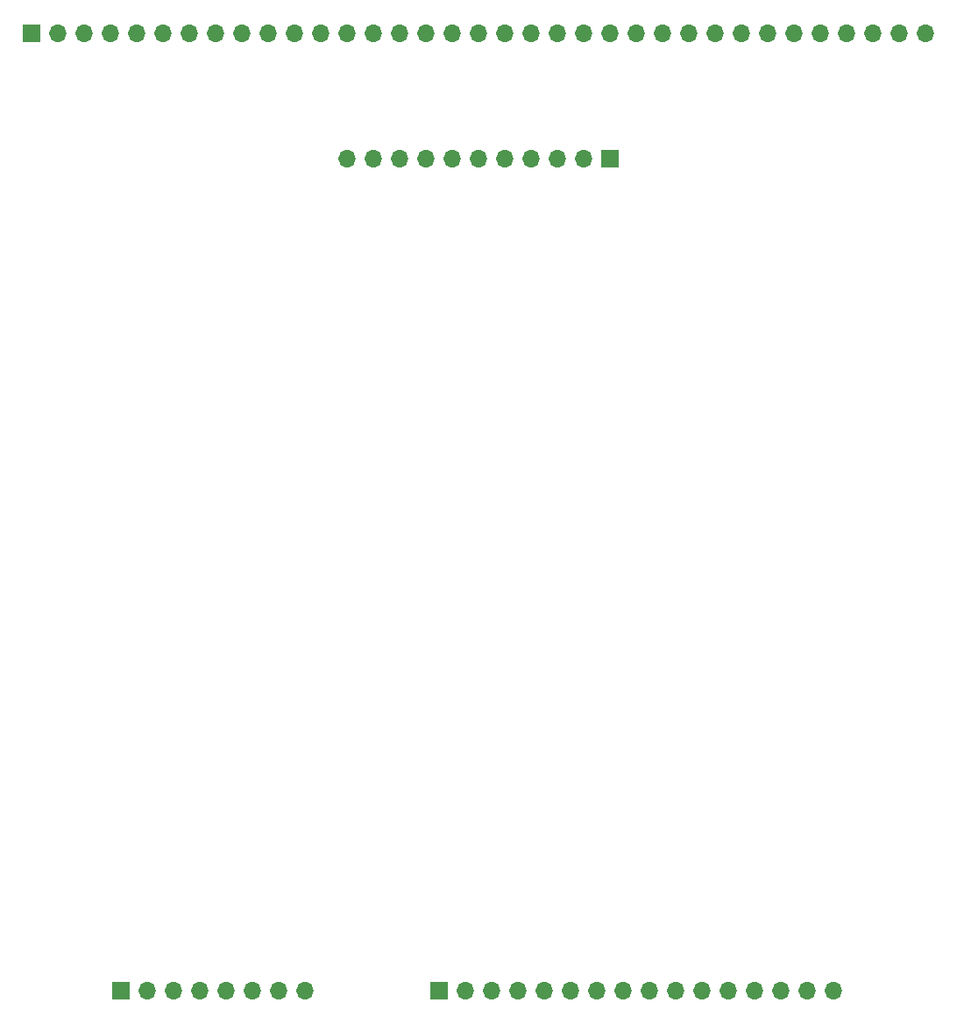
<source format=gbr>
%TF.GenerationSoftware,KiCad,Pcbnew,(6.0.0-0)*%
%TF.CreationDate,2022-03-08T07:13:55-05:00*%
%TF.ProjectId,Backplane-GPR-Registers-Condensed,4261636b-706c-4616-9e65-2d4750522d52,rev?*%
%TF.SameCoordinates,Original*%
%TF.FileFunction,Soldermask,Bot*%
%TF.FilePolarity,Negative*%
%FSLAX46Y46*%
G04 Gerber Fmt 4.6, Leading zero omitted, Abs format (unit mm)*
G04 Created by KiCad (PCBNEW (6.0.0-0)) date 2022-03-08 07:13:55*
%MOMM*%
%LPD*%
G01*
G04 APERTURE LIST*
%ADD10R,1.700000X1.700000*%
%ADD11O,1.700000X1.700000*%
G04 APERTURE END LIST*
D10*
%TO.C,J2*%
X100595000Y-152770000D03*
D11*
X103135000Y-152770000D03*
X105675000Y-152770000D03*
X108215000Y-152770000D03*
X110755000Y-152770000D03*
X113295000Y-152770000D03*
X115835000Y-152770000D03*
X118375000Y-152770000D03*
%TD*%
D10*
%TO.C,J3*%
X91925000Y-60300000D03*
D11*
X94465000Y-60300000D03*
X97005000Y-60300000D03*
X99545000Y-60300000D03*
X102085000Y-60300000D03*
X104625000Y-60300000D03*
X107165000Y-60300000D03*
X109705000Y-60300000D03*
X112245000Y-60300000D03*
X114785000Y-60300000D03*
X117325000Y-60300000D03*
X119865000Y-60300000D03*
X122405000Y-60300000D03*
X124945000Y-60300000D03*
X127485000Y-60300000D03*
X130025000Y-60300000D03*
X132565000Y-60300000D03*
X135105000Y-60300000D03*
X137645000Y-60300000D03*
X140185000Y-60300000D03*
X142725000Y-60300000D03*
X145265000Y-60300000D03*
X147805000Y-60300000D03*
X150345000Y-60300000D03*
X152885000Y-60300000D03*
X155425000Y-60300000D03*
X157965000Y-60300000D03*
X160505000Y-60300000D03*
X163045000Y-60300000D03*
X165585000Y-60300000D03*
X168125000Y-60300000D03*
X170665000Y-60300000D03*
X173205000Y-60300000D03*
X175745000Y-60300000D03*
X178285000Y-60300000D03*
%TD*%
D10*
%TO.C,J1*%
X147830000Y-72450000D03*
D11*
X145290000Y-72450000D03*
X142750000Y-72450000D03*
X140210000Y-72450000D03*
X137670000Y-72450000D03*
X135130000Y-72450000D03*
X132590000Y-72450000D03*
X130050000Y-72450000D03*
X127510000Y-72450000D03*
X124970000Y-72450000D03*
X122430000Y-72450000D03*
%TD*%
D10*
%TO.C,J4*%
X131320000Y-152780000D03*
D11*
X133860000Y-152780000D03*
X136400000Y-152780000D03*
X138940000Y-152780000D03*
X141480000Y-152780000D03*
X144020000Y-152780000D03*
X146560000Y-152780000D03*
X149100000Y-152780000D03*
X151640000Y-152780000D03*
X154180000Y-152780000D03*
X156720000Y-152780000D03*
X159260000Y-152780000D03*
X161800000Y-152780000D03*
X164340000Y-152780000D03*
X166880000Y-152780000D03*
X169420000Y-152780000D03*
%TD*%
M02*

</source>
